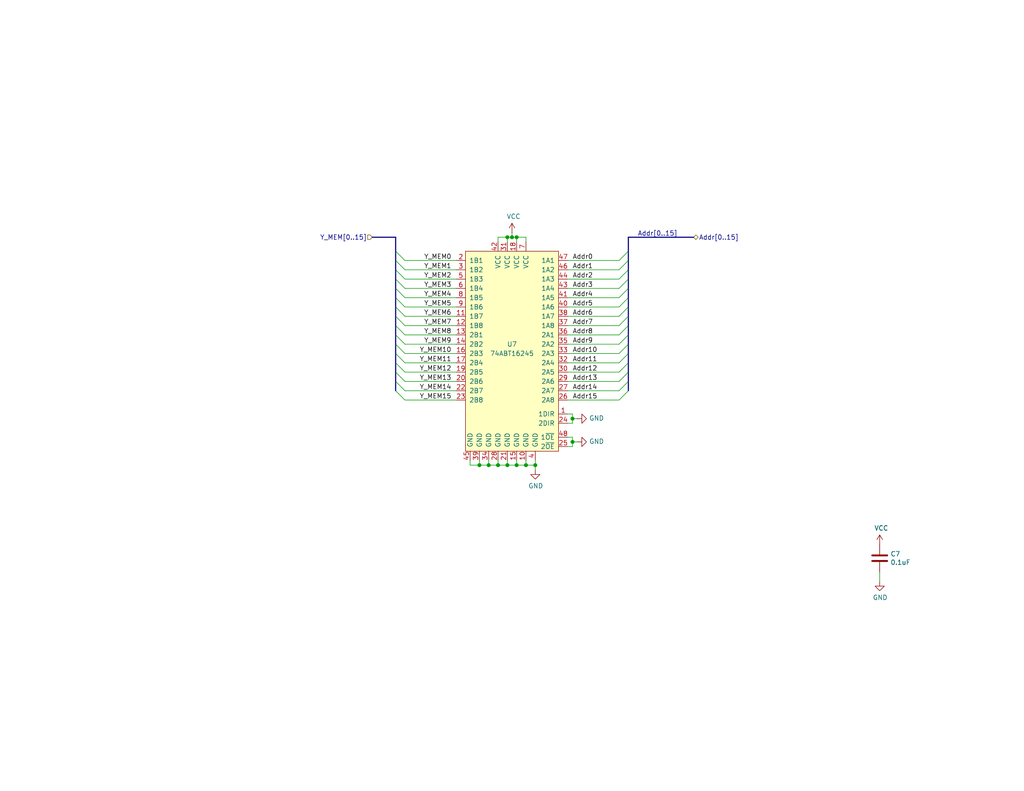
<source format=kicad_sch>
(kicad_sch (version 20250114) (generator "eeschema") (generator_version "9.0")
  (paper "USLetter")
  (title_block (title "MEM: Buffer ALUResult") (date "2025-07-22") (rev "A") (comment 4 "Buffer the effective address before it leaves the main board."))
  (lib_symbols
    (symbol "Device:C" (pin_numbers (hide yes)) (pin_names (offset 0.254))
      (property "Reference" "C" (at 0.635 2.54 0))
      (property "Value" "C" (at 0.635 -2.54 0))
      (symbol "C_0_1"
        (polyline (pts (xy -2.032 0.762) (xy 2.032 0.762)) (stroke (width 0.508)))
        (polyline (pts (xy -2.032 -0.762) (xy 2.032 -0.762)) (stroke (width 0.508)))
      )
      (symbol "C_1_1"
        (pin passive line (at 0 3.81 270) (length 2.794) (name "~") (number "1"))
        (pin passive line (at 0 -3.81 90) (length 2.794) (name "~") (number "2"))
      )
    )
    (symbol "Turtle16:74ABT16245" (pin_names (offset 1.016))
      (property "Reference" "U" (at 0 1.27 0))
      (property "Value" "74ABT16245" (at 0 -1.27 0))
      (symbol "74ABT16245_0_1"
        (rectangle (start -12.7 26.67) (end 12.7 -27.94) (fill (type background)))
      )
      (symbol "74ABT16245_1_1"
        (pin tri_state line (at -15.24 24.13 0) (length 2.54) (name "1A1") (number "47"))
        (pin tri_state line (at -15.24 21.59 0) (length 2.54) (name "1A2") (number "46"))
        (pin tri_state line (at -15.24 19.05 0) (length 2.54) (name "1A3") (number "44"))
        (pin tri_state line (at -15.24 16.51 0) (length 2.54) (name "1A4") (number "43"))
        (pin tri_state line (at -15.24 13.97 0) (length 2.54) (name "1A5") (number "41"))
        (pin tri_state line (at -15.24 11.43 0) (length 2.54) (name "1A6") (number "40"))
        (pin tri_state line (at -15.24 8.89 0) (length 2.54) (name "1A7") (number "38"))
        (pin tri_state line (at -15.24 6.35 0) (length 2.54) (name "1A8") (number "37"))
        (pin tri_state line (at -15.24 3.81 0) (length 2.54) (name "2A1") (number "36"))
        (pin tri_state line (at -15.24 1.27 0) (length 2.54) (name "2A2") (number "35"))
        (pin tri_state line (at -15.24 -1.27 0) (length 2.54) (name "2A3") (number "33"))
        (pin tri_state line (at -15.24 -3.81 0) (length 2.54) (name "2A4") (number "32"))
        (pin tri_state line (at -15.24 -6.35 0) (length 2.54) (name "2A5") (number "30"))
        (pin tri_state line (at -15.24 -8.89 0) (length 2.54) (name "2A6") (number "29"))
        (pin tri_state line (at -15.24 -11.43 0) (length 2.54) (name "2A7") (number "27"))
        (pin tri_state line (at -15.24 -13.97 0) (length 2.54) (name "2A8") (number "26"))
        (pin input line (at -15.24 -17.78 0) (length 2.54) (name "1DIR") (number "1"))
        (pin input line (at -15.24 -20.32 0) (length 2.54) (name "2DIR") (number "24"))
        (pin input line (at -15.24 -24.13 0) (length 2.54) (name "1~{OE}") (number "48"))
        (pin input line (at -15.24 -26.67 0) (length 2.54) (name "2~{OE}") (number "25"))
        (pin power_in line (at -6.35 -30.48 90) (length 2.54) (name "GND") (number "4"))
        (pin power_in line (at -3.81 29.21 270) (length 2.54) (name "VCC") (number "7"))
        (pin power_in line (at -3.81 -30.48 90) (length 2.54) (name "GND") (number "10"))
        (pin power_in line (at -1.27 29.21 270) (length 2.54) (name "VCC") (number "18"))
        (pin power_in line (at -1.27 -30.48 90) (length 2.54) (name "GND") (number "15"))
        (pin power_in line (at 1.27 29.21 270) (length 2.54) (name "VCC") (number "31"))
        (pin power_in line (at 1.27 -30.48 90) (length 2.54) (name "GND") (number "21"))
        (pin power_in line (at 3.81 29.21 270) (length 2.54) (name "VCC") (number "42"))
        (pin power_in line (at 3.81 -30.48 90) (length 2.54) (name "GND") (number "28"))
        (pin power_in line (at 6.35 -30.48 90) (length 2.54) (name "GND") (number "34"))
        (pin power_in line (at 8.89 -30.48 90) (length 2.54) (name "GND") (number "39"))
        (pin power_in line (at 11.43 -30.48 90) (length 2.54) (name "GND") (number "45"))
        (pin tri_state line (at 15.24 24.13 180) (length 2.54) (name "1B1") (number "2"))
        (pin tri_state line (at 15.24 21.59 180) (length 2.54) (name "1B2") (number "3"))
        (pin tri_state line (at 15.24 19.05 180) (length 2.54) (name "1B3") (number "5"))
        (pin tri_state line (at 15.24 16.51 180) (length 2.54) (name "1B4") (number "6"))
        (pin tri_state line (at 15.24 13.97 180) (length 2.54) (name "1B5") (number "8"))
        (pin tri_state line (at 15.24 11.43 180) (length 2.54) (name "1B6") (number "9"))
        (pin tri_state line (at 15.24 8.89 180) (length 2.54) (name "1B7") (number "11"))
        (pin tri_state line (at 15.24 6.35 180) (length 2.54) (name "1B8") (number "12"))
        (pin tri_state line (at 15.24 3.81 180) (length 2.54) (name "2B1") (number "13"))
        (pin tri_state line (at 15.24 1.27 180) (length 2.54) (name "2B2") (number "14"))
        (pin tri_state line (at 15.24 -1.27 180) (length 2.54) (name "2B3") (number "16"))
        (pin tri_state line (at 15.24 -3.81 180) (length 2.54) (name "2B4") (number "17"))
        (pin tri_state line (at 15.24 -6.35 180) (length 2.54) (name "2B5") (number "19"))
        (pin tri_state line (at 15.24 -8.89 180) (length 2.54) (name "2B6") (number "20"))
        (pin tri_state line (at 15.24 -11.43 180) (length 2.54) (name "2B7") (number "22"))
        (pin tri_state line (at 15.24 -13.97 180) (length 2.54) (name "2B8") (number "23"))
      )
    )
    (symbol "power:GND" (power) (pin_numbers (hide yes)) (pin_names (offset 0) (hide yes))
      (property "Value" "GND" (at 0 -3.81 0))
      (symbol "GND_0_1"
        (polyline (pts (xy 0 0) (xy 0 -1.27) (xy 1.27 -1.27) (xy 0 -2.54) (xy -1.27 -1.27) (xy 0 -1.27)))
      )
      (symbol "GND_1_1"
        (pin power_in line (at 0 0 270) (length 0) (name "~") (number "1"))
      )
    )
    (symbol "power:VCC" (power) (pin_numbers (hide yes)) (pin_names (offset 0) (hide yes))
      (property "Value" "VCC" (at 0 3.556 0))
      (symbol "VCC_0_1"
        (polyline (pts (xy -0.762 1.27) (xy 0 2.54)))
        (polyline (pts (xy 0 2.54) (xy 0.762 1.27)))
        (polyline (pts (xy 0 0) (xy 0 2.54)))
      )
      (symbol "VCC_1_1"
        (pin power_in line (at 0 0 90) (length 0) (name "~") (number "1"))
      )
    )
  )
  (junction (at 156.21 114.3))
  (junction (at 156.21 120.65))
  (junction (at 130.81 127))
  (junction (at 138.43 64.77))
  (junction (at 138.43 127))
  (junction (at 146.05 127))
  (junction (at 135.89 127))
  (junction (at 143.51 127))
  (junction (at 140.97 64.77))
  (junction (at 139.7 64.77))
  (junction (at 140.97 127))
  (junction (at 133.35 127))
  (bus_entry (at 110.49 88.9) (size -2.54 -2.54))
  (bus_entry (at 168.91 104.14) (size 2.54 -2.54))
  (bus_entry (at 110.49 91.44) (size -2.54 -2.54))
  (bus_entry (at 168.91 81.28) (size 2.54 -2.54))
  (bus_entry (at 110.49 81.28) (size -2.54 -2.54))
  (bus_entry (at 110.49 109.22) (size -2.54 -2.54))
  (bus_entry (at 168.91 101.6) (size 2.54 -2.54))
  (bus_entry (at 168.91 91.44) (size 2.54 -2.54))
  (bus_entry (at 110.49 93.98) (size -2.54 -2.54))
  (bus_entry (at 110.49 96.52) (size -2.54 -2.54))
  (bus_entry (at 168.91 71.12) (size 2.54 -2.54))
  (bus_entry (at 110.49 73.66) (size -2.54 -2.54))
  (bus_entry (at 110.49 71.12) (size -2.54 -2.54))
  (bus_entry (at 168.91 76.2) (size 2.54 -2.54))
  (bus_entry (at 168.91 106.68) (size 2.54 -2.54))
  (bus_entry (at 110.49 101.6) (size -2.54 -2.54))
  (bus_entry (at 110.49 83.82) (size -2.54 -2.54))
  (bus_entry (at 168.91 93.98) (size 2.54 -2.54))
  (bus_entry (at 168.91 109.22) (size 2.54 -2.54))
  (bus_entry (at 168.91 99.06) (size 2.54 -2.54))
  (bus_entry (at 110.49 104.14) (size -2.54 -2.54))
  (bus_entry (at 110.49 99.06) (size -2.54 -2.54))
  (bus_entry (at 168.91 96.52) (size 2.54 -2.54))
  (bus_entry (at 110.49 86.36) (size -2.54 -2.54))
  (bus_entry (at 168.91 88.9) (size 2.54 -2.54))
  (bus_entry (at 168.91 86.36) (size 2.54 -2.54))
  (bus_entry (at 168.91 78.74) (size 2.54 -2.54))
  (bus_entry (at 110.49 76.2) (size -2.54 -2.54))
  (bus_entry (at 110.49 106.68) (size -2.54 -2.54))
  (bus_entry (at 168.91 73.66) (size 2.54 -2.54))
  (bus_entry (at 168.91 83.82) (size 2.54 -2.54))
  (bus_entry (at 110.49 78.74) (size -2.54 -2.54))
  (wire (pts (xy 135.89 66.04) (xy 135.89 64.77)))
  (wire (pts (xy 168.91 93.98) (xy 154.94 93.98)))
  (wire (pts (xy 156.21 121.92) (xy 154.94 121.92)))
  (wire (pts (xy 168.91 106.68) (xy 154.94 106.68)))
  (wire (pts (xy 168.91 71.12) (xy 154.94 71.12)))
  (wire (pts (xy 143.51 127) (xy 143.51 125.73)))
  (wire (pts (xy 138.43 66.04) (xy 138.43 64.77)))
  (wire (pts (xy 156.21 115.57) (xy 154.94 115.57)))
  (wire (pts (xy 168.91 76.2) (xy 154.94 76.2)))
  (bus (pts (xy 171.45 68.58) (xy 171.45 71.12)))
  (wire (pts (xy 146.05 128.27) (xy 146.05 127)))
  (wire (pts (xy 138.43 127) (xy 135.89 127)))
  (bus (pts (xy 171.45 86.36) (xy 171.45 88.9)))
  (wire (pts (xy 110.49 106.68) (xy 124.46 106.68)))
  (bus (pts (xy 107.95 91.44) (xy 107.95 93.98)))
  (wire (pts (xy 110.49 88.9) (xy 124.46 88.9)))
  (wire (pts (xy 168.91 86.36) (xy 154.94 86.36)))
  (wire (pts (xy 110.49 101.6) (xy 124.46 101.6)))
  (wire (pts (xy 143.51 64.77) (xy 143.51 66.04)))
  (wire (pts (xy 140.97 127) (xy 143.51 127)))
  (bus (pts (xy 107.95 71.12) (xy 107.95 73.66)))
  (bus (pts (xy 171.45 81.28) (xy 171.45 83.82)))
  (wire (pts (xy 168.91 78.74) (xy 154.94 78.74)))
  (wire (pts (xy 110.49 81.28) (xy 124.46 81.28)))
  (wire (pts (xy 110.49 78.74) (xy 124.46 78.74)))
  (wire (pts (xy 157.48 120.65) (xy 156.21 120.65)))
  (wire (pts (xy 168.91 99.06) (xy 154.94 99.06)))
  (wire (pts (xy 135.89 127) (xy 135.89 125.73)))
  (wire (pts (xy 139.7 64.77) (xy 140.97 64.77)))
  (wire (pts (xy 168.91 88.9) (xy 154.94 88.9)))
  (wire (pts (xy 146.05 127) (xy 146.05 125.73)))
  (wire (pts (xy 140.97 127) (xy 140.97 125.73)))
  (wire (pts (xy 110.49 71.12) (xy 124.46 71.12)))
  (bus (pts (xy 107.95 78.74) (xy 107.95 81.28)))
  (wire (pts (xy 110.49 86.36) (xy 124.46 86.36)))
  (bus (pts (xy 107.95 83.82) (xy 107.95 86.36)))
  (wire (pts (xy 128.27 125.73) (xy 128.27 127)))
  (wire (pts (xy 110.49 83.82) (xy 124.46 83.82)))
  (wire (pts (xy 110.49 96.52) (xy 124.46 96.52)))
  (bus (pts (xy 107.95 93.98) (xy 107.95 96.52)))
  (bus (pts (xy 107.95 104.14) (xy 107.95 106.68)))
  (wire (pts (xy 110.49 73.66) (xy 124.46 73.66)))
  (wire (pts (xy 133.35 127) (xy 135.89 127)))
  (wire (pts (xy 140.97 66.04) (xy 140.97 64.77)))
  (wire (pts (xy 154.94 113.03) (xy 156.21 113.03)))
  (bus (pts (xy 107.95 64.77) (xy 107.95 68.58)))
  (bus (pts (xy 107.95 101.6) (xy 107.95 104.14)))
  (wire (pts (xy 139.7 63.5) (xy 139.7 64.77)))
  (wire (pts (xy 168.91 96.52) (xy 154.94 96.52)))
  (bus (pts (xy 171.45 73.66) (xy 171.45 76.2)))
  (wire (pts (xy 138.43 127) (xy 138.43 125.73)))
  (bus (pts (xy 171.45 93.98) (xy 171.45 96.52)))
  (wire (pts (xy 168.91 104.14) (xy 154.94 104.14)))
  (wire (pts (xy 154.94 119.38) (xy 156.21 119.38)))
  (wire (pts (xy 168.91 101.6) (xy 154.94 101.6)))
  (wire (pts (xy 156.21 120.65) (xy 156.21 121.92)))
  (bus (pts (xy 171.45 78.74) (xy 171.45 81.28)))
  (bus (pts (xy 107.95 81.28) (xy 107.95 83.82)))
  (bus (pts (xy 107.95 76.2) (xy 107.95 78.74)))
  (wire (pts (xy 168.91 91.44) (xy 154.94 91.44)))
  (bus (pts (xy 107.95 86.36) (xy 107.95 88.9)))
  (wire (pts (xy 156.21 114.3) (xy 156.21 115.57)))
  (wire (pts (xy 156.21 119.38) (xy 156.21 120.65)))
  (bus (pts (xy 171.45 99.06) (xy 171.45 101.6)))
  (bus (pts (xy 171.45 71.12) (xy 171.45 73.66)))
  (wire (pts (xy 130.81 127) (xy 133.35 127)))
  (wire (pts (xy 130.81 125.73) (xy 130.81 127)))
  (wire (pts (xy 168.91 83.82) (xy 154.94 83.82)))
  (wire (pts (xy 156.21 113.03) (xy 156.21 114.3)))
  (bus (pts (xy 171.45 91.44) (xy 171.45 93.98)))
  (bus (pts (xy 171.45 76.2) (xy 171.45 78.74)))
  (wire (pts (xy 135.89 64.77) (xy 138.43 64.77)))
  (bus (pts (xy 107.95 99.06) (xy 107.95 101.6)))
  (bus (pts (xy 171.45 88.9) (xy 171.45 91.44)))
  (wire (pts (xy 138.43 64.77) (xy 139.7 64.77)))
  (wire (pts (xy 110.49 104.14) (xy 124.46 104.14)))
  (wire (pts (xy 110.49 93.98) (xy 124.46 93.98)))
  (bus (pts (xy 171.45 104.14) (xy 171.45 106.68)))
  (bus (pts (xy 107.95 73.66) (xy 107.95 76.2)))
  (wire (pts (xy 128.27 127) (xy 130.81 127)))
  (wire (pts (xy 140.97 127) (xy 138.43 127)))
  (wire (pts (xy 168.91 109.22) (xy 154.94 109.22)))
  (wire (pts (xy 110.49 109.22) (xy 124.46 109.22)))
  (wire (pts (xy 140.97 64.77) (xy 143.51 64.77)))
  (bus (pts (xy 171.45 64.77) (xy 171.45 68.58)))
  (wire (pts (xy 110.49 99.06) (xy 124.46 99.06)))
  (bus (pts (xy 107.95 88.9) (xy 107.95 91.44)))
  (bus (pts (xy 107.95 68.58) (xy 107.95 71.12)))
  (wire (pts (xy 168.91 73.66) (xy 154.94 73.66)))
  (bus (pts (xy 171.45 96.52) (xy 171.45 99.06)))
  (wire (pts (xy 133.35 125.73) (xy 133.35 127)))
  (wire (pts (xy 110.49 91.44) (xy 124.46 91.44)))
  (wire (pts (xy 143.51 127) (xy 146.05 127)))
  (wire (pts (xy 157.48 114.3) (xy 156.21 114.3)))
  (bus (pts (xy 171.45 83.82) (xy 171.45 86.36)))
  (bus (pts (xy 171.45 101.6) (xy 171.45 104.14)))
  (wire (pts (xy 110.49 76.2) (xy 124.46 76.2)))
  (bus (pts (xy 107.95 96.52) (xy 107.95 99.06)))
  (bus (pts (xy 107.95 64.77) (xy 101.6 64.77)))
  (wire (pts (xy 168.91 81.28) (xy 154.94 81.28)))
  (wire (pts (xy 240.03 158.75) (xy 240.03 156.21)))
  (bus (pts (xy 171.45 64.77) (xy 189.23 64.77)))
  (label "Y_MEM3" (at 123.19 78.74 180))
  (label "Y_MEM15" (at 123.19 109.22 180))
  (label "Addr12" (at 156.21 101.6 0))
  (label "Y_MEM10" (at 123.19 96.52 180))
  (label "Y_MEM1" (at 123.19 73.66 180))
  (label "Addr10" (at 156.21 96.52 0))
  (label "Y_MEM0" (at 123.19 71.12 180))
  (label "Y_MEM14" (at 123.19 106.68 180))
  (label "Addr5" (at 156.21 83.82 0))
  (label "Y_MEM13" (at 123.19 104.14 180))
  (label "Y_MEM2" (at 123.19 76.2 180))
  (label "Addr9" (at 156.21 93.98 0))
  (label "Addr15" (at 156.21 109.22 0))
  (label "Addr11" (at 156.21 99.06 0))
  (label "Y_MEM7" (at 123.19 88.9 180))
  (label "Addr13" (at 156.21 104.14 0))
  (label "Addr[0..15]" (at 173.99 64.77 0))
  (label "Y_MEM8" (at 123.19 91.44 180))
  (label "Y_MEM12" (at 123.19 101.6 180))
  (label "Y_MEM9" (at 123.19 93.98 180))
  (label "Y_MEM6" (at 123.19 86.36 180))
  (label "Addr8" (at 156.21 91.44 0))
  (label "Addr3" (at 156.21 78.74 0))
  (label "Addr4" (at 156.21 81.28 0))
  (label "Y_MEM4" (at 123.19 81.28 180))
  (label "Addr1" (at 156.21 73.66 0))
  (label "Addr14" (at 156.21 106.68 0))
  (label "Y_MEM5" (at 123.19 83.82 180))
  (label "Y_MEM11" (at 123.19 99.06 180))
  (label "Addr6" (at 156.21 86.36 0))
  (label "Addr2" (at 156.21 76.2 0))
  (label "Addr0" (at 156.21 71.12 0))
  (label "Addr7" (at 156.21 88.9 0))
  (hierarchical_label "Addr[0..15]" (shape tri_state) (at 189.23 64.77 0))
  (hierarchical_label "Y_MEM[0..15]" (shape input) (at 101.6 64.77 180))
  (symbol (lib_id "Device:C") (at 240.03 152.4 0) (unit 1)
    (property "Reference" "C7" (at 242.951 151.2316 0) (effects (justify left)))
    (property "Value" "0.1uF" (at 242.951 153.543 0) (effects (justify left)))
    (property "Footprint" "Capacitor_SMD:C_0603_1608Metric" (effects (hide yes)))
    (property "Datasheet" "https://www.mouser.com/datasheet/2/396/taiyo_yuden_12132018_mlcc11_hq_e-1510082.pdf" (effects (hide yes)))
    (property "Manufacturer" "Taiyo Yuden" (effects (hide yes)))
    (property "Manufacturer#" "EMK107B7104KAHT" (effects (hide yes)))
    (property "Mouser#" "963-EMK107B7104KAHT" (effects (hide yes)))
    (property "Digikey#" "587-6004-1-ND" (effects (hide yes)))
  )
  (symbol (lib_id "power:VCC") (at 240.03 148.59 0) (unit 1)
    (property "Reference" "#PWR038" (effects (hide yes)))
    (property "Value" "VCC" (at 240.4618 144.1958 0))
    (property "Description" "Power symbol creates a global label with name \"VCC\"" (effects (hide yes)))
  )
  (symbol (lib_id "power:GND") (at 240.03 158.75 0) (unit 1)
    (property "Reference" "#PWR039" (effects (hide yes)))
    (property "Value" "GND" (at 240.157 163.1442 0))
    (property "Description" "Power symbol creates a global label with name \"GND\" , ground" (effects (hide yes)))
  )
  (symbol (lib_id "power:GND") (at 157.48 114.3 90) (unit 1)
    (property "Reference" "#PWR036" (effects (hide yes)))
    (property "Value" "GND" (at 160.7312 114.173 90) (effects (justify right)))
    (property "Description" "Power symbol creates a global label with name \"GND\" , ground" (effects (hide yes)))
  )
  (symbol (lib_id "Turtle16:74ABT16245") (at 139.7 95.25 0) (mirror y) (unit 1)
    (property "Reference" "U7" (at 139.7 93.98 0))
    (property "Value" "74ABT16245" (at 139.7 96.52 0))
    (property "Footprint" "Package_SO:TSSOP-48_6.1x12.5mm_P0.5mm" (effects (hide yes)))
    (property "Datasheet" "https://www.ti.com/general/docs/suppproductinfo.tsp?distId=26&gotoUrl=https://www.ti.com/lit/gpn/sn74abth16245" (effects (hide yes)))
    (property "Manufacturer" "Texas Instruments" (effects (hide yes)))
    (property "Manufacturer#" "SN74ABTH16245DGGR" (effects (hide yes)))
    (property "Mouser#" "595-SNABTH16245DGGR" (effects (hide yes)))
    (property "Digikey#" "296-4124-1-ND" (effects (hide yes)))
  )
  (symbol (lib_id "power:GND") (at 146.05 128.27 0) (unit 1)
    (property "Reference" "#PWR035" (effects (hide yes)))
    (property "Value" "GND" (at 146.177 132.6642 0))
    (property "Description" "Power symbol creates a global label with name \"GND\" , ground" (effects (hide yes)))
  )
  (symbol (lib_id "power:VCC") (at 139.7 63.5 0) (unit 1)
    (property "Reference" "#PWR034" (effects (hide yes)))
    (property "Value" "VCC" (at 140.1318 59.1058 0))
    (property "Description" "Power symbol creates a global label with name \"VCC\"" (effects (hide yes)))
  )
  (symbol (lib_id "power:GND") (at 157.48 120.65 90) (unit 1)
    (property "Reference" "#PWR037" (effects (hide yes)))
    (property "Value" "GND" (at 160.7312 120.523 90) (effects (justify right)))
    (property "Description" "Power symbol creates a global label with name \"GND\" , ground" (effects (hide yes)))
  )
)
</source>
